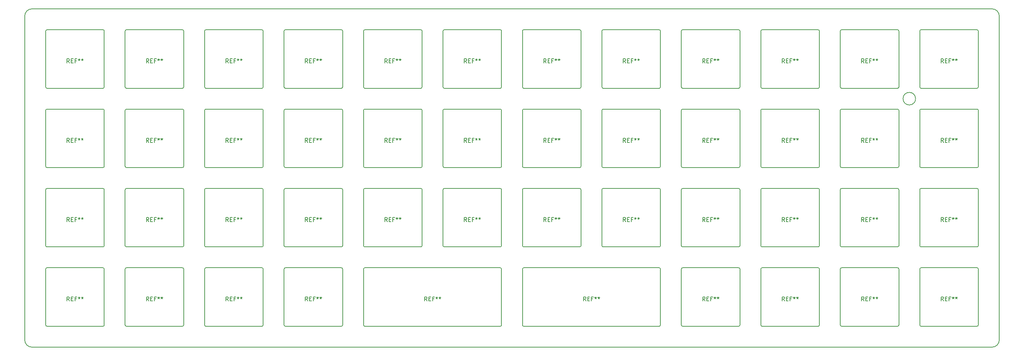
<source format=gbo>
G04 #@! TF.GenerationSoftware,KiCad,Pcbnew,5.0.1*
G04 #@! TF.CreationDate,2019-03-13T00:04:05-03:00*
G04 #@! TF.ProjectId,2Space,3253706163652E6B696361645F706362,V3.0.7*
G04 #@! TF.SameCoordinates,Original*
G04 #@! TF.FileFunction,Legend,Bot*
G04 #@! TF.FilePolarity,Positive*
%FSLAX46Y46*%
G04 Gerber Fmt 4.6, Leading zero omitted, Abs format (unit mm)*
G04 Created by KiCad (PCBNEW 5.0.1) date Wed 13 Mar 2019 12:04:05 AM -03*
%MOMM*%
%LPD*%
G01*
G04 APERTURE LIST*
%ADD10C,0.150000*%
G04 #@! TA.AperFunction,NonConductor*
%ADD11C,0.150000*%
G04 #@! TD*
G04 APERTURE END LIST*
D10*
X244963000Y-83743000D02*
G75*
G03X244963000Y-83743000I-1500000J0D01*
G01*
X31939170Y-64000682D02*
G75*
G02X33720426Y-62219426I1781256J0D01*
G01*
X31939170Y-64000682D02*
X31939170Y-141485318D01*
X33720426Y-143266574D02*
G75*
G02X31939170Y-141485318I0J1781256D01*
G01*
X264986830Y-141485318D02*
X264986830Y-64000682D01*
X264986830Y-141485318D02*
G75*
G02X263205574Y-143266574I-1781256J0D01*
G01*
X263205574Y-62219426D02*
G75*
G02X264986830Y-64000682I0J-1781256D01*
G01*
X33720426Y-143266574D02*
X263205574Y-143266574D01*
X33720426Y-62219426D02*
X263205574Y-62219426D01*
D11*
G04 #@! TO.C,REF\002A\002A*
X183663000Y-124243000D02*
X151263000Y-124243000D01*
X151263000Y-138243000D02*
X183663000Y-138243000D01*
X183963000Y-137943000D02*
X183963000Y-124543000D01*
X183663000Y-124243000D02*
G75*
G02X183963000Y-124543000I0J-300000D01*
G01*
X183963000Y-137943000D02*
G75*
G02X183663000Y-138243000I-300000J0D01*
G01*
X150963000Y-124543000D02*
G75*
G02X151263000Y-124243000I300000J0D01*
G01*
X150963000Y-124543000D02*
X150963000Y-137943000D01*
X151263000Y-138243000D02*
G75*
G02X150963000Y-137943000I0J300000D01*
G01*
X240663000Y-124243000D02*
X227263000Y-124243000D01*
X226963000Y-124543000D02*
X226963000Y-137943000D01*
X227263000Y-138243000D02*
X240663000Y-138243000D01*
X240963000Y-137943000D02*
X240963000Y-124543000D01*
X226963000Y-124543000D02*
G75*
G02X227263000Y-124243000I300000J0D01*
G01*
X240663000Y-124243000D02*
G75*
G02X240963000Y-124543000I0J-300000D01*
G01*
X240963000Y-137943000D02*
G75*
G02X240663000Y-138243000I-300000J0D01*
G01*
X227263000Y-138243000D02*
G75*
G02X226963000Y-137943000I0J300000D01*
G01*
X227263000Y-119243000D02*
G75*
G02X226963000Y-118943000I0J300000D01*
G01*
X240963000Y-118943000D02*
G75*
G02X240663000Y-119243000I-300000J0D01*
G01*
X240663000Y-105243000D02*
G75*
G02X240963000Y-105543000I0J-300000D01*
G01*
X226963000Y-105543000D02*
G75*
G02X227263000Y-105243000I300000J0D01*
G01*
X240963000Y-118943000D02*
X240963000Y-105543000D01*
X227263000Y-119243000D02*
X240663000Y-119243000D01*
X226963000Y-105543000D02*
X226963000Y-118943000D01*
X240663000Y-105243000D02*
X227263000Y-105243000D01*
X240663000Y-67243000D02*
X227263000Y-67243000D01*
X226963000Y-67543000D02*
X226963000Y-80943000D01*
X227263000Y-81243000D02*
X240663000Y-81243000D01*
X240963000Y-80943000D02*
X240963000Y-67543000D01*
X226963000Y-67543000D02*
G75*
G02X227263000Y-67243000I300000J0D01*
G01*
X240663000Y-67243000D02*
G75*
G02X240963000Y-67543000I0J-300000D01*
G01*
X240963000Y-80943000D02*
G75*
G02X240663000Y-81243000I-300000J0D01*
G01*
X227263000Y-81243000D02*
G75*
G02X226963000Y-80943000I0J300000D01*
G01*
X88663000Y-124243000D02*
X75263000Y-124243000D01*
X74963000Y-124543000D02*
X74963000Y-137943000D01*
X75263000Y-138243000D02*
X88663000Y-138243000D01*
X88963000Y-137943000D02*
X88963000Y-124543000D01*
X74963000Y-124543000D02*
G75*
G02X75263000Y-124243000I300000J0D01*
G01*
X88663000Y-124243000D02*
G75*
G02X88963000Y-124543000I0J-300000D01*
G01*
X88963000Y-137943000D02*
G75*
G02X88663000Y-138243000I-300000J0D01*
G01*
X75263000Y-138243000D02*
G75*
G02X74963000Y-137943000I0J300000D01*
G01*
X246263000Y-138243000D02*
G75*
G02X245963000Y-137943000I0J300000D01*
G01*
X259963000Y-137943000D02*
G75*
G02X259663000Y-138243000I-300000J0D01*
G01*
X259663000Y-124243000D02*
G75*
G02X259963000Y-124543000I0J-300000D01*
G01*
X245963000Y-124543000D02*
G75*
G02X246263000Y-124243000I300000J0D01*
G01*
X259963000Y-137943000D02*
X259963000Y-124543000D01*
X246263000Y-138243000D02*
X259663000Y-138243000D01*
X245963000Y-124543000D02*
X245963000Y-137943000D01*
X259663000Y-124243000D02*
X246263000Y-124243000D01*
X202663000Y-124243000D02*
X189263000Y-124243000D01*
X188963000Y-124543000D02*
X188963000Y-137943000D01*
X189263000Y-138243000D02*
X202663000Y-138243000D01*
X202963000Y-137943000D02*
X202963000Y-124543000D01*
X188963000Y-124543000D02*
G75*
G02X189263000Y-124243000I300000J0D01*
G01*
X202663000Y-124243000D02*
G75*
G02X202963000Y-124543000I0J-300000D01*
G01*
X202963000Y-137943000D02*
G75*
G02X202663000Y-138243000I-300000J0D01*
G01*
X189263000Y-138243000D02*
G75*
G02X188963000Y-137943000I0J300000D01*
G01*
X94263000Y-138243000D02*
G75*
G02X93963000Y-137943000I0J300000D01*
G01*
X107963000Y-137943000D02*
G75*
G02X107663000Y-138243000I-300000J0D01*
G01*
X107663000Y-124243000D02*
G75*
G02X107963000Y-124543000I0J-300000D01*
G01*
X93963000Y-124543000D02*
G75*
G02X94263000Y-124243000I300000J0D01*
G01*
X107963000Y-137943000D02*
X107963000Y-124543000D01*
X94263000Y-138243000D02*
X107663000Y-138243000D01*
X93963000Y-124543000D02*
X93963000Y-137943000D01*
X107663000Y-124243000D02*
X94263000Y-124243000D01*
X208263000Y-138243000D02*
G75*
G02X207963000Y-137943000I0J300000D01*
G01*
X221963000Y-137943000D02*
G75*
G02X221663000Y-138243000I-300000J0D01*
G01*
X221663000Y-124243000D02*
G75*
G02X221963000Y-124543000I0J-300000D01*
G01*
X207963000Y-124543000D02*
G75*
G02X208263000Y-124243000I300000J0D01*
G01*
X221963000Y-137943000D02*
X221963000Y-124543000D01*
X208263000Y-138243000D02*
X221663000Y-138243000D01*
X207963000Y-124543000D02*
X207963000Y-137943000D01*
X221663000Y-124243000D02*
X208263000Y-124243000D01*
X56263000Y-138243000D02*
G75*
G02X55963000Y-137943000I0J300000D01*
G01*
X69963000Y-137943000D02*
G75*
G02X69663000Y-138243000I-300000J0D01*
G01*
X69663000Y-124243000D02*
G75*
G02X69963000Y-124543000I0J-300000D01*
G01*
X55963000Y-124543000D02*
G75*
G02X56263000Y-124243000I300000J0D01*
G01*
X69963000Y-137943000D02*
X69963000Y-124543000D01*
X56263000Y-138243000D02*
X69663000Y-138243000D01*
X55963000Y-124543000D02*
X55963000Y-137943000D01*
X69663000Y-124243000D02*
X56263000Y-124243000D01*
X50663000Y-124243000D02*
X37263000Y-124243000D01*
X36963000Y-124543000D02*
X36963000Y-137943000D01*
X37263000Y-138243000D02*
X50663000Y-138243000D01*
X50963000Y-137943000D02*
X50963000Y-124543000D01*
X36963000Y-124543000D02*
G75*
G02X37263000Y-124243000I300000J0D01*
G01*
X50663000Y-124243000D02*
G75*
G02X50963000Y-124543000I0J-300000D01*
G01*
X50963000Y-137943000D02*
G75*
G02X50663000Y-138243000I-300000J0D01*
G01*
X37263000Y-138243000D02*
G75*
G02X36963000Y-137943000I0J300000D01*
G01*
X189263000Y-119243000D02*
G75*
G02X188963000Y-118943000I0J300000D01*
G01*
X202963000Y-118943000D02*
G75*
G02X202663000Y-119243000I-300000J0D01*
G01*
X202663000Y-105243000D02*
G75*
G02X202963000Y-105543000I0J-300000D01*
G01*
X188963000Y-105543000D02*
G75*
G02X189263000Y-105243000I300000J0D01*
G01*
X202963000Y-118943000D02*
X202963000Y-105543000D01*
X189263000Y-119243000D02*
X202663000Y-119243000D01*
X188963000Y-105543000D02*
X188963000Y-118943000D01*
X202663000Y-105243000D02*
X189263000Y-105243000D01*
X259663000Y-105243000D02*
X246263000Y-105243000D01*
X245963000Y-105543000D02*
X245963000Y-118943000D01*
X246263000Y-119243000D02*
X259663000Y-119243000D01*
X259963000Y-118943000D02*
X259963000Y-105543000D01*
X245963000Y-105543000D02*
G75*
G02X246263000Y-105243000I300000J0D01*
G01*
X259663000Y-105243000D02*
G75*
G02X259963000Y-105543000I0J-300000D01*
G01*
X259963000Y-118943000D02*
G75*
G02X259663000Y-119243000I-300000J0D01*
G01*
X246263000Y-119243000D02*
G75*
G02X245963000Y-118943000I0J300000D01*
G01*
X75263000Y-119243000D02*
G75*
G02X74963000Y-118943000I0J300000D01*
G01*
X88963000Y-118943000D02*
G75*
G02X88663000Y-119243000I-300000J0D01*
G01*
X88663000Y-105243000D02*
G75*
G02X88963000Y-105543000I0J-300000D01*
G01*
X74963000Y-105543000D02*
G75*
G02X75263000Y-105243000I300000J0D01*
G01*
X88963000Y-118943000D02*
X88963000Y-105543000D01*
X75263000Y-119243000D02*
X88663000Y-119243000D01*
X74963000Y-105543000D02*
X74963000Y-118943000D01*
X88663000Y-105243000D02*
X75263000Y-105243000D01*
X183663000Y-105243000D02*
X170263000Y-105243000D01*
X169963000Y-105543000D02*
X169963000Y-118943000D01*
X170263000Y-119243000D02*
X183663000Y-119243000D01*
X183963000Y-118943000D02*
X183963000Y-105543000D01*
X169963000Y-105543000D02*
G75*
G02X170263000Y-105243000I300000J0D01*
G01*
X183663000Y-105243000D02*
G75*
G02X183963000Y-105543000I0J-300000D01*
G01*
X183963000Y-118943000D02*
G75*
G02X183663000Y-119243000I-300000J0D01*
G01*
X170263000Y-119243000D02*
G75*
G02X169963000Y-118943000I0J300000D01*
G01*
X69663000Y-105243000D02*
X56263000Y-105243000D01*
X55963000Y-105543000D02*
X55963000Y-118943000D01*
X56263000Y-119243000D02*
X69663000Y-119243000D01*
X69963000Y-118943000D02*
X69963000Y-105543000D01*
X55963000Y-105543000D02*
G75*
G02X56263000Y-105243000I300000J0D01*
G01*
X69663000Y-105243000D02*
G75*
G02X69963000Y-105543000I0J-300000D01*
G01*
X69963000Y-118943000D02*
G75*
G02X69663000Y-119243000I-300000J0D01*
G01*
X56263000Y-119243000D02*
G75*
G02X55963000Y-118943000I0J300000D01*
G01*
X37263000Y-119243000D02*
G75*
G02X36963000Y-118943000I0J300000D01*
G01*
X50963000Y-118943000D02*
G75*
G02X50663000Y-119243000I-300000J0D01*
G01*
X50663000Y-105243000D02*
G75*
G02X50963000Y-105543000I0J-300000D01*
G01*
X36963000Y-105543000D02*
G75*
G02X37263000Y-105243000I300000J0D01*
G01*
X50963000Y-118943000D02*
X50963000Y-105543000D01*
X37263000Y-119243000D02*
X50663000Y-119243000D01*
X36963000Y-105543000D02*
X36963000Y-118943000D01*
X50663000Y-105243000D02*
X37263000Y-105243000D01*
X145663000Y-105243000D02*
X132263000Y-105243000D01*
X131963000Y-105543000D02*
X131963000Y-118943000D01*
X132263000Y-119243000D02*
X145663000Y-119243000D01*
X145963000Y-118943000D02*
X145963000Y-105543000D01*
X131963000Y-105543000D02*
G75*
G02X132263000Y-105243000I300000J0D01*
G01*
X145663000Y-105243000D02*
G75*
G02X145963000Y-105543000I0J-300000D01*
G01*
X145963000Y-118943000D02*
G75*
G02X145663000Y-119243000I-300000J0D01*
G01*
X132263000Y-119243000D02*
G75*
G02X131963000Y-118943000I0J300000D01*
G01*
X151263000Y-119243000D02*
G75*
G02X150963000Y-118943000I0J300000D01*
G01*
X164963000Y-118943000D02*
G75*
G02X164663000Y-119243000I-300000J0D01*
G01*
X164663000Y-105243000D02*
G75*
G02X164963000Y-105543000I0J-300000D01*
G01*
X150963000Y-105543000D02*
G75*
G02X151263000Y-105243000I300000J0D01*
G01*
X164963000Y-118943000D02*
X164963000Y-105543000D01*
X151263000Y-119243000D02*
X164663000Y-119243000D01*
X150963000Y-105543000D02*
X150963000Y-118943000D01*
X164663000Y-105243000D02*
X151263000Y-105243000D01*
X107663000Y-105243000D02*
X94263000Y-105243000D01*
X93963000Y-105543000D02*
X93963000Y-118943000D01*
X94263000Y-119243000D02*
X107663000Y-119243000D01*
X107963000Y-118943000D02*
X107963000Y-105543000D01*
X93963000Y-105543000D02*
G75*
G02X94263000Y-105243000I300000J0D01*
G01*
X107663000Y-105243000D02*
G75*
G02X107963000Y-105543000I0J-300000D01*
G01*
X107963000Y-118943000D02*
G75*
G02X107663000Y-119243000I-300000J0D01*
G01*
X94263000Y-119243000D02*
G75*
G02X93963000Y-118943000I0J300000D01*
G01*
X221663000Y-105243000D02*
X208263000Y-105243000D01*
X207963000Y-105543000D02*
X207963000Y-118943000D01*
X208263000Y-119243000D02*
X221663000Y-119243000D01*
X221963000Y-118943000D02*
X221963000Y-105543000D01*
X207963000Y-105543000D02*
G75*
G02X208263000Y-105243000I300000J0D01*
G01*
X221663000Y-105243000D02*
G75*
G02X221963000Y-105543000I0J-300000D01*
G01*
X221963000Y-118943000D02*
G75*
G02X221663000Y-119243000I-300000J0D01*
G01*
X208263000Y-119243000D02*
G75*
G02X207963000Y-118943000I0J300000D01*
G01*
X113263000Y-119243000D02*
G75*
G02X112963000Y-118943000I0J300000D01*
G01*
X126963000Y-118943000D02*
G75*
G02X126663000Y-119243000I-300000J0D01*
G01*
X126663000Y-105243000D02*
G75*
G02X126963000Y-105543000I0J-300000D01*
G01*
X112963000Y-105543000D02*
G75*
G02X113263000Y-105243000I300000J0D01*
G01*
X126963000Y-118943000D02*
X126963000Y-105543000D01*
X113263000Y-119243000D02*
X126663000Y-119243000D01*
X112963000Y-105543000D02*
X112963000Y-118943000D01*
X126663000Y-105243000D02*
X113263000Y-105243000D01*
X126663000Y-67243000D02*
X113263000Y-67243000D01*
X112963000Y-67543000D02*
X112963000Y-80943000D01*
X113263000Y-81243000D02*
X126663000Y-81243000D01*
X126963000Y-80943000D02*
X126963000Y-67543000D01*
X112963000Y-67543000D02*
G75*
G02X113263000Y-67243000I300000J0D01*
G01*
X126663000Y-67243000D02*
G75*
G02X126963000Y-67543000I0J-300000D01*
G01*
X126963000Y-80943000D02*
G75*
G02X126663000Y-81243000I-300000J0D01*
G01*
X113263000Y-81243000D02*
G75*
G02X112963000Y-80943000I0J300000D01*
G01*
X164663000Y-67243000D02*
X151263000Y-67243000D01*
X150963000Y-67543000D02*
X150963000Y-80943000D01*
X151263000Y-81243000D02*
X164663000Y-81243000D01*
X164963000Y-80943000D02*
X164963000Y-67543000D01*
X150963000Y-67543000D02*
G75*
G02X151263000Y-67243000I300000J0D01*
G01*
X164663000Y-67243000D02*
G75*
G02X164963000Y-67543000I0J-300000D01*
G01*
X164963000Y-80943000D02*
G75*
G02X164663000Y-81243000I-300000J0D01*
G01*
X151263000Y-81243000D02*
G75*
G02X150963000Y-80943000I0J300000D01*
G01*
X132263000Y-81243000D02*
G75*
G02X131963000Y-80943000I0J300000D01*
G01*
X145963000Y-80943000D02*
G75*
G02X145663000Y-81243000I-300000J0D01*
G01*
X145663000Y-67243000D02*
G75*
G02X145963000Y-67543000I0J-300000D01*
G01*
X131963000Y-67543000D02*
G75*
G02X132263000Y-67243000I300000J0D01*
G01*
X145963000Y-80943000D02*
X145963000Y-67543000D01*
X132263000Y-81243000D02*
X145663000Y-81243000D01*
X131963000Y-67543000D02*
X131963000Y-80943000D01*
X145663000Y-67243000D02*
X132263000Y-67243000D01*
X94263000Y-81243000D02*
G75*
G02X93963000Y-80943000I0J300000D01*
G01*
X107963000Y-80943000D02*
G75*
G02X107663000Y-81243000I-300000J0D01*
G01*
X107663000Y-67243000D02*
G75*
G02X107963000Y-67543000I0J-300000D01*
G01*
X93963000Y-67543000D02*
G75*
G02X94263000Y-67243000I300000J0D01*
G01*
X107963000Y-80943000D02*
X107963000Y-67543000D01*
X94263000Y-81243000D02*
X107663000Y-81243000D01*
X93963000Y-67543000D02*
X93963000Y-80943000D01*
X107663000Y-67243000D02*
X94263000Y-67243000D01*
X202663000Y-67243000D02*
X189263000Y-67243000D01*
X188963000Y-67543000D02*
X188963000Y-80943000D01*
X189263000Y-81243000D02*
X202663000Y-81243000D01*
X202963000Y-80943000D02*
X202963000Y-67543000D01*
X188963000Y-67543000D02*
G75*
G02X189263000Y-67243000I300000J0D01*
G01*
X202663000Y-67243000D02*
G75*
G02X202963000Y-67543000I0J-300000D01*
G01*
X202963000Y-80943000D02*
G75*
G02X202663000Y-81243000I-300000J0D01*
G01*
X189263000Y-81243000D02*
G75*
G02X188963000Y-80943000I0J300000D01*
G01*
X170263000Y-81243000D02*
G75*
G02X169963000Y-80943000I0J300000D01*
G01*
X183963000Y-80943000D02*
G75*
G02X183663000Y-81243000I-300000J0D01*
G01*
X183663000Y-67243000D02*
G75*
G02X183963000Y-67543000I0J-300000D01*
G01*
X169963000Y-67543000D02*
G75*
G02X170263000Y-67243000I300000J0D01*
G01*
X183963000Y-80943000D02*
X183963000Y-67543000D01*
X170263000Y-81243000D02*
X183663000Y-81243000D01*
X169963000Y-67543000D02*
X169963000Y-80943000D01*
X183663000Y-67243000D02*
X170263000Y-67243000D01*
X246263000Y-81243000D02*
G75*
G02X245963000Y-80943000I0J300000D01*
G01*
X259963000Y-80943000D02*
G75*
G02X259663000Y-81243000I-300000J0D01*
G01*
X259663000Y-67243000D02*
G75*
G02X259963000Y-67543000I0J-300000D01*
G01*
X245963000Y-67543000D02*
G75*
G02X246263000Y-67243000I300000J0D01*
G01*
X259963000Y-80943000D02*
X259963000Y-67543000D01*
X246263000Y-81243000D02*
X259663000Y-81243000D01*
X245963000Y-67543000D02*
X245963000Y-80943000D01*
X259663000Y-67243000D02*
X246263000Y-67243000D01*
X88663000Y-67243000D02*
X75263000Y-67243000D01*
X74963000Y-67543000D02*
X74963000Y-80943000D01*
X75263000Y-81243000D02*
X88663000Y-81243000D01*
X88963000Y-80943000D02*
X88963000Y-67543000D01*
X74963000Y-67543000D02*
G75*
G02X75263000Y-67243000I300000J0D01*
G01*
X88663000Y-67243000D02*
G75*
G02X88963000Y-67543000I0J-300000D01*
G01*
X88963000Y-80943000D02*
G75*
G02X88663000Y-81243000I-300000J0D01*
G01*
X75263000Y-81243000D02*
G75*
G02X74963000Y-80943000I0J300000D01*
G01*
X56263000Y-81243000D02*
G75*
G02X55963000Y-80943000I0J300000D01*
G01*
X69963000Y-80943000D02*
G75*
G02X69663000Y-81243000I-300000J0D01*
G01*
X69663000Y-67243000D02*
G75*
G02X69963000Y-67543000I0J-300000D01*
G01*
X55963000Y-67543000D02*
G75*
G02X56263000Y-67243000I300000J0D01*
G01*
X69963000Y-80943000D02*
X69963000Y-67543000D01*
X56263000Y-81243000D02*
X69663000Y-81243000D01*
X55963000Y-67543000D02*
X55963000Y-80943000D01*
X69663000Y-67243000D02*
X56263000Y-67243000D01*
X208263000Y-81243000D02*
G75*
G02X207963000Y-80943000I0J300000D01*
G01*
X221963000Y-80943000D02*
G75*
G02X221663000Y-81243000I-300000J0D01*
G01*
X221663000Y-67243000D02*
G75*
G02X221963000Y-67543000I0J-300000D01*
G01*
X207963000Y-67543000D02*
G75*
G02X208263000Y-67243000I300000J0D01*
G01*
X221963000Y-80943000D02*
X221963000Y-67543000D01*
X208263000Y-81243000D02*
X221663000Y-81243000D01*
X207963000Y-67543000D02*
X207963000Y-80943000D01*
X221663000Y-67243000D02*
X208263000Y-67243000D01*
X50663000Y-67243000D02*
X37263000Y-67243000D01*
X36963000Y-67543000D02*
X36963000Y-80943000D01*
X37263000Y-81243000D02*
X50663000Y-81243000D01*
X50963000Y-80943000D02*
X50963000Y-67543000D01*
X36963000Y-67543000D02*
G75*
G02X37263000Y-67243000I300000J0D01*
G01*
X50663000Y-67243000D02*
G75*
G02X50963000Y-67543000I0J-300000D01*
G01*
X50963000Y-80943000D02*
G75*
G02X50663000Y-81243000I-300000J0D01*
G01*
X37263000Y-81243000D02*
G75*
G02X36963000Y-80943000I0J300000D01*
G01*
X259663000Y-86243000D02*
X246263000Y-86243000D01*
X245963000Y-86543000D02*
X245963000Y-99943000D01*
X246263000Y-100243000D02*
X259663000Y-100243000D01*
X259963000Y-99943000D02*
X259963000Y-86543000D01*
X245963000Y-86543000D02*
G75*
G02X246263000Y-86243000I300000J0D01*
G01*
X259663000Y-86243000D02*
G75*
G02X259963000Y-86543000I0J-300000D01*
G01*
X259963000Y-99943000D02*
G75*
G02X259663000Y-100243000I-300000J0D01*
G01*
X246263000Y-100243000D02*
G75*
G02X245963000Y-99943000I0J300000D01*
G01*
X227263000Y-100243000D02*
G75*
G02X226963000Y-99943000I0J300000D01*
G01*
X240963000Y-99943000D02*
G75*
G02X240663000Y-100243000I-300000J0D01*
G01*
X240663000Y-86243000D02*
G75*
G02X240963000Y-86543000I0J-300000D01*
G01*
X226963000Y-86543000D02*
G75*
G02X227263000Y-86243000I300000J0D01*
G01*
X240963000Y-99943000D02*
X240963000Y-86543000D01*
X227263000Y-100243000D02*
X240663000Y-100243000D01*
X226963000Y-86543000D02*
X226963000Y-99943000D01*
X240663000Y-86243000D02*
X227263000Y-86243000D01*
X221663000Y-86243000D02*
X208263000Y-86243000D01*
X207963000Y-86543000D02*
X207963000Y-99943000D01*
X208263000Y-100243000D02*
X221663000Y-100243000D01*
X221963000Y-99943000D02*
X221963000Y-86543000D01*
X207963000Y-86543000D02*
G75*
G02X208263000Y-86243000I300000J0D01*
G01*
X221663000Y-86243000D02*
G75*
G02X221963000Y-86543000I0J-300000D01*
G01*
X221963000Y-99943000D02*
G75*
G02X221663000Y-100243000I-300000J0D01*
G01*
X208263000Y-100243000D02*
G75*
G02X207963000Y-99943000I0J300000D01*
G01*
X189263000Y-100243000D02*
G75*
G02X188963000Y-99943000I0J300000D01*
G01*
X202963000Y-99943000D02*
G75*
G02X202663000Y-100243000I-300000J0D01*
G01*
X202663000Y-86243000D02*
G75*
G02X202963000Y-86543000I0J-300000D01*
G01*
X188963000Y-86543000D02*
G75*
G02X189263000Y-86243000I300000J0D01*
G01*
X202963000Y-99943000D02*
X202963000Y-86543000D01*
X189263000Y-100243000D02*
X202663000Y-100243000D01*
X188963000Y-86543000D02*
X188963000Y-99943000D01*
X202663000Y-86243000D02*
X189263000Y-86243000D01*
X183663000Y-86243000D02*
X170263000Y-86243000D01*
X169963000Y-86543000D02*
X169963000Y-99943000D01*
X170263000Y-100243000D02*
X183663000Y-100243000D01*
X183963000Y-99943000D02*
X183963000Y-86543000D01*
X169963000Y-86543000D02*
G75*
G02X170263000Y-86243000I300000J0D01*
G01*
X183663000Y-86243000D02*
G75*
G02X183963000Y-86543000I0J-300000D01*
G01*
X183963000Y-99943000D02*
G75*
G02X183663000Y-100243000I-300000J0D01*
G01*
X170263000Y-100243000D02*
G75*
G02X169963000Y-99943000I0J300000D01*
G01*
X37263000Y-100243000D02*
G75*
G02X36963000Y-99943000I0J300000D01*
G01*
X50963000Y-99943000D02*
G75*
G02X50663000Y-100243000I-300000J0D01*
G01*
X50663000Y-86243000D02*
G75*
G02X50963000Y-86543000I0J-300000D01*
G01*
X36963000Y-86543000D02*
G75*
G02X37263000Y-86243000I300000J0D01*
G01*
X50963000Y-99943000D02*
X50963000Y-86543000D01*
X37263000Y-100243000D02*
X50663000Y-100243000D01*
X36963000Y-86543000D02*
X36963000Y-99943000D01*
X50663000Y-86243000D02*
X37263000Y-86243000D01*
X69663000Y-86243000D02*
X56263000Y-86243000D01*
X55963000Y-86543000D02*
X55963000Y-99943000D01*
X56263000Y-100243000D02*
X69663000Y-100243000D01*
X69963000Y-99943000D02*
X69963000Y-86543000D01*
X55963000Y-86543000D02*
G75*
G02X56263000Y-86243000I300000J0D01*
G01*
X69663000Y-86243000D02*
G75*
G02X69963000Y-86543000I0J-300000D01*
G01*
X69963000Y-99943000D02*
G75*
G02X69663000Y-100243000I-300000J0D01*
G01*
X56263000Y-100243000D02*
G75*
G02X55963000Y-99943000I0J300000D01*
G01*
X75263000Y-100243000D02*
G75*
G02X74963000Y-99943000I0J300000D01*
G01*
X88963000Y-99943000D02*
G75*
G02X88663000Y-100243000I-300000J0D01*
G01*
X88663000Y-86243000D02*
G75*
G02X88963000Y-86543000I0J-300000D01*
G01*
X74963000Y-86543000D02*
G75*
G02X75263000Y-86243000I300000J0D01*
G01*
X88963000Y-99943000D02*
X88963000Y-86543000D01*
X75263000Y-100243000D02*
X88663000Y-100243000D01*
X74963000Y-86543000D02*
X74963000Y-99943000D01*
X88663000Y-86243000D02*
X75263000Y-86243000D01*
X107663000Y-86243000D02*
X94263000Y-86243000D01*
X93963000Y-86543000D02*
X93963000Y-99943000D01*
X94263000Y-100243000D02*
X107663000Y-100243000D01*
X107963000Y-99943000D02*
X107963000Y-86543000D01*
X93963000Y-86543000D02*
G75*
G02X94263000Y-86243000I300000J0D01*
G01*
X107663000Y-86243000D02*
G75*
G02X107963000Y-86543000I0J-300000D01*
G01*
X107963000Y-99943000D02*
G75*
G02X107663000Y-100243000I-300000J0D01*
G01*
X94263000Y-100243000D02*
G75*
G02X93963000Y-99943000I0J300000D01*
G01*
X113263000Y-100243000D02*
G75*
G02X112963000Y-99943000I0J300000D01*
G01*
X126963000Y-99943000D02*
G75*
G02X126663000Y-100243000I-300000J0D01*
G01*
X126663000Y-86243000D02*
G75*
G02X126963000Y-86543000I0J-300000D01*
G01*
X112963000Y-86543000D02*
G75*
G02X113263000Y-86243000I300000J0D01*
G01*
X126963000Y-99943000D02*
X126963000Y-86543000D01*
X113263000Y-100243000D02*
X126663000Y-100243000D01*
X112963000Y-86543000D02*
X112963000Y-99943000D01*
X126663000Y-86243000D02*
X113263000Y-86243000D01*
X145663000Y-86243000D02*
X132263000Y-86243000D01*
X131963000Y-86543000D02*
X131963000Y-99943000D01*
X132263000Y-100243000D02*
X145663000Y-100243000D01*
X145963000Y-99943000D02*
X145963000Y-86543000D01*
X131963000Y-86543000D02*
G75*
G02X132263000Y-86243000I300000J0D01*
G01*
X145663000Y-86243000D02*
G75*
G02X145963000Y-86543000I0J-300000D01*
G01*
X145963000Y-99943000D02*
G75*
G02X145663000Y-100243000I-300000J0D01*
G01*
X132263000Y-100243000D02*
G75*
G02X131963000Y-99943000I0J300000D01*
G01*
X151263000Y-100243000D02*
G75*
G02X150963000Y-99943000I0J300000D01*
G01*
X164963000Y-99943000D02*
G75*
G02X164663000Y-100243000I-300000J0D01*
G01*
X164663000Y-86243000D02*
G75*
G02X164963000Y-86543000I0J-300000D01*
G01*
X150963000Y-86543000D02*
G75*
G02X151263000Y-86243000I300000J0D01*
G01*
X164963000Y-99943000D02*
X164963000Y-86543000D01*
X151263000Y-100243000D02*
X164663000Y-100243000D01*
X150963000Y-86543000D02*
X150963000Y-99943000D01*
X164663000Y-86243000D02*
X151263000Y-86243000D01*
X113263000Y-138243000D02*
G75*
G02X112963000Y-137943000I0J300000D01*
G01*
X112963000Y-124543000D02*
X112963000Y-137943000D01*
X112963000Y-124543000D02*
G75*
G02X113263000Y-124243000I300000J0D01*
G01*
X145963000Y-137943000D02*
G75*
G02X145663000Y-138243000I-300000J0D01*
G01*
X145663000Y-124243000D02*
G75*
G02X145963000Y-124543000I0J-300000D01*
G01*
X145963000Y-137943000D02*
X145963000Y-124543000D01*
X113263000Y-138243000D02*
X145663000Y-138243000D01*
X145663000Y-124243000D02*
X113263000Y-124243000D01*
G04 #@! TD*
G04 #@! TO.C,REF\002A\002A*
D10*
X166129666Y-132195380D02*
X165796333Y-131719190D01*
X165558238Y-132195380D02*
X165558238Y-131195380D01*
X165939190Y-131195380D01*
X166034428Y-131243000D01*
X166082047Y-131290619D01*
X166129666Y-131385857D01*
X166129666Y-131528714D01*
X166082047Y-131623952D01*
X166034428Y-131671571D01*
X165939190Y-131719190D01*
X165558238Y-131719190D01*
X166558238Y-131671571D02*
X166891571Y-131671571D01*
X167034428Y-132195380D02*
X166558238Y-132195380D01*
X166558238Y-131195380D01*
X167034428Y-131195380D01*
X167796333Y-131671571D02*
X167463000Y-131671571D01*
X167463000Y-132195380D02*
X167463000Y-131195380D01*
X167939190Y-131195380D01*
X168463000Y-131195380D02*
X168463000Y-131433476D01*
X168224904Y-131338238D02*
X168463000Y-131433476D01*
X168701095Y-131338238D01*
X168320142Y-131623952D02*
X168463000Y-131433476D01*
X168605857Y-131623952D01*
X169224904Y-131195380D02*
X169224904Y-131433476D01*
X168986809Y-131338238D02*
X169224904Y-131433476D01*
X169463000Y-131338238D01*
X169082047Y-131623952D02*
X169224904Y-131433476D01*
X169367761Y-131623952D01*
X232629666Y-132195380D02*
X232296333Y-131719190D01*
X232058238Y-132195380D02*
X232058238Y-131195380D01*
X232439190Y-131195380D01*
X232534428Y-131243000D01*
X232582047Y-131290619D01*
X232629666Y-131385857D01*
X232629666Y-131528714D01*
X232582047Y-131623952D01*
X232534428Y-131671571D01*
X232439190Y-131719190D01*
X232058238Y-131719190D01*
X233058238Y-131671571D02*
X233391571Y-131671571D01*
X233534428Y-132195380D02*
X233058238Y-132195380D01*
X233058238Y-131195380D01*
X233534428Y-131195380D01*
X234296333Y-131671571D02*
X233963000Y-131671571D01*
X233963000Y-132195380D02*
X233963000Y-131195380D01*
X234439190Y-131195380D01*
X234963000Y-131195380D02*
X234963000Y-131433476D01*
X234724904Y-131338238D02*
X234963000Y-131433476D01*
X235201095Y-131338238D01*
X234820142Y-131623952D02*
X234963000Y-131433476D01*
X235105857Y-131623952D01*
X235724904Y-131195380D02*
X235724904Y-131433476D01*
X235486809Y-131338238D02*
X235724904Y-131433476D01*
X235963000Y-131338238D01*
X235582047Y-131623952D02*
X235724904Y-131433476D01*
X235867761Y-131623952D01*
X232629666Y-113195380D02*
X232296333Y-112719190D01*
X232058238Y-113195380D02*
X232058238Y-112195380D01*
X232439190Y-112195380D01*
X232534428Y-112243000D01*
X232582047Y-112290619D01*
X232629666Y-112385857D01*
X232629666Y-112528714D01*
X232582047Y-112623952D01*
X232534428Y-112671571D01*
X232439190Y-112719190D01*
X232058238Y-112719190D01*
X233058238Y-112671571D02*
X233391571Y-112671571D01*
X233534428Y-113195380D02*
X233058238Y-113195380D01*
X233058238Y-112195380D01*
X233534428Y-112195380D01*
X234296333Y-112671571D02*
X233963000Y-112671571D01*
X233963000Y-113195380D02*
X233963000Y-112195380D01*
X234439190Y-112195380D01*
X234963000Y-112195380D02*
X234963000Y-112433476D01*
X234724904Y-112338238D02*
X234963000Y-112433476D01*
X235201095Y-112338238D01*
X234820142Y-112623952D02*
X234963000Y-112433476D01*
X235105857Y-112623952D01*
X235724904Y-112195380D02*
X235724904Y-112433476D01*
X235486809Y-112338238D02*
X235724904Y-112433476D01*
X235963000Y-112338238D01*
X235582047Y-112623952D02*
X235724904Y-112433476D01*
X235867761Y-112623952D01*
X232629666Y-75195380D02*
X232296333Y-74719190D01*
X232058238Y-75195380D02*
X232058238Y-74195380D01*
X232439190Y-74195380D01*
X232534428Y-74243000D01*
X232582047Y-74290619D01*
X232629666Y-74385857D01*
X232629666Y-74528714D01*
X232582047Y-74623952D01*
X232534428Y-74671571D01*
X232439190Y-74719190D01*
X232058238Y-74719190D01*
X233058238Y-74671571D02*
X233391571Y-74671571D01*
X233534428Y-75195380D02*
X233058238Y-75195380D01*
X233058238Y-74195380D01*
X233534428Y-74195380D01*
X234296333Y-74671571D02*
X233963000Y-74671571D01*
X233963000Y-75195380D02*
X233963000Y-74195380D01*
X234439190Y-74195380D01*
X234963000Y-74195380D02*
X234963000Y-74433476D01*
X234724904Y-74338238D02*
X234963000Y-74433476D01*
X235201095Y-74338238D01*
X234820142Y-74623952D02*
X234963000Y-74433476D01*
X235105857Y-74623952D01*
X235724904Y-74195380D02*
X235724904Y-74433476D01*
X235486809Y-74338238D02*
X235724904Y-74433476D01*
X235963000Y-74338238D01*
X235582047Y-74623952D02*
X235724904Y-74433476D01*
X235867761Y-74623952D01*
X80629666Y-132195380D02*
X80296333Y-131719190D01*
X80058238Y-132195380D02*
X80058238Y-131195380D01*
X80439190Y-131195380D01*
X80534428Y-131243000D01*
X80582047Y-131290619D01*
X80629666Y-131385857D01*
X80629666Y-131528714D01*
X80582047Y-131623952D01*
X80534428Y-131671571D01*
X80439190Y-131719190D01*
X80058238Y-131719190D01*
X81058238Y-131671571D02*
X81391571Y-131671571D01*
X81534428Y-132195380D02*
X81058238Y-132195380D01*
X81058238Y-131195380D01*
X81534428Y-131195380D01*
X82296333Y-131671571D02*
X81963000Y-131671571D01*
X81963000Y-132195380D02*
X81963000Y-131195380D01*
X82439190Y-131195380D01*
X82963000Y-131195380D02*
X82963000Y-131433476D01*
X82724904Y-131338238D02*
X82963000Y-131433476D01*
X83201095Y-131338238D01*
X82820142Y-131623952D02*
X82963000Y-131433476D01*
X83105857Y-131623952D01*
X83724904Y-131195380D02*
X83724904Y-131433476D01*
X83486809Y-131338238D02*
X83724904Y-131433476D01*
X83963000Y-131338238D01*
X83582047Y-131623952D02*
X83724904Y-131433476D01*
X83867761Y-131623952D01*
X251629666Y-132195380D02*
X251296333Y-131719190D01*
X251058238Y-132195380D02*
X251058238Y-131195380D01*
X251439190Y-131195380D01*
X251534428Y-131243000D01*
X251582047Y-131290619D01*
X251629666Y-131385857D01*
X251629666Y-131528714D01*
X251582047Y-131623952D01*
X251534428Y-131671571D01*
X251439190Y-131719190D01*
X251058238Y-131719190D01*
X252058238Y-131671571D02*
X252391571Y-131671571D01*
X252534428Y-132195380D02*
X252058238Y-132195380D01*
X252058238Y-131195380D01*
X252534428Y-131195380D01*
X253296333Y-131671571D02*
X252963000Y-131671571D01*
X252963000Y-132195380D02*
X252963000Y-131195380D01*
X253439190Y-131195380D01*
X253963000Y-131195380D02*
X253963000Y-131433476D01*
X253724904Y-131338238D02*
X253963000Y-131433476D01*
X254201095Y-131338238D01*
X253820142Y-131623952D02*
X253963000Y-131433476D01*
X254105857Y-131623952D01*
X254724904Y-131195380D02*
X254724904Y-131433476D01*
X254486809Y-131338238D02*
X254724904Y-131433476D01*
X254963000Y-131338238D01*
X254582047Y-131623952D02*
X254724904Y-131433476D01*
X254867761Y-131623952D01*
X194629666Y-132195380D02*
X194296333Y-131719190D01*
X194058238Y-132195380D02*
X194058238Y-131195380D01*
X194439190Y-131195380D01*
X194534428Y-131243000D01*
X194582047Y-131290619D01*
X194629666Y-131385857D01*
X194629666Y-131528714D01*
X194582047Y-131623952D01*
X194534428Y-131671571D01*
X194439190Y-131719190D01*
X194058238Y-131719190D01*
X195058238Y-131671571D02*
X195391571Y-131671571D01*
X195534428Y-132195380D02*
X195058238Y-132195380D01*
X195058238Y-131195380D01*
X195534428Y-131195380D01*
X196296333Y-131671571D02*
X195963000Y-131671571D01*
X195963000Y-132195380D02*
X195963000Y-131195380D01*
X196439190Y-131195380D01*
X196963000Y-131195380D02*
X196963000Y-131433476D01*
X196724904Y-131338238D02*
X196963000Y-131433476D01*
X197201095Y-131338238D01*
X196820142Y-131623952D02*
X196963000Y-131433476D01*
X197105857Y-131623952D01*
X197724904Y-131195380D02*
X197724904Y-131433476D01*
X197486809Y-131338238D02*
X197724904Y-131433476D01*
X197963000Y-131338238D01*
X197582047Y-131623952D02*
X197724904Y-131433476D01*
X197867761Y-131623952D01*
X99629666Y-132195380D02*
X99296333Y-131719190D01*
X99058238Y-132195380D02*
X99058238Y-131195380D01*
X99439190Y-131195380D01*
X99534428Y-131243000D01*
X99582047Y-131290619D01*
X99629666Y-131385857D01*
X99629666Y-131528714D01*
X99582047Y-131623952D01*
X99534428Y-131671571D01*
X99439190Y-131719190D01*
X99058238Y-131719190D01*
X100058238Y-131671571D02*
X100391571Y-131671571D01*
X100534428Y-132195380D02*
X100058238Y-132195380D01*
X100058238Y-131195380D01*
X100534428Y-131195380D01*
X101296333Y-131671571D02*
X100963000Y-131671571D01*
X100963000Y-132195380D02*
X100963000Y-131195380D01*
X101439190Y-131195380D01*
X101963000Y-131195380D02*
X101963000Y-131433476D01*
X101724904Y-131338238D02*
X101963000Y-131433476D01*
X102201095Y-131338238D01*
X101820142Y-131623952D02*
X101963000Y-131433476D01*
X102105857Y-131623952D01*
X102724904Y-131195380D02*
X102724904Y-131433476D01*
X102486809Y-131338238D02*
X102724904Y-131433476D01*
X102963000Y-131338238D01*
X102582047Y-131623952D02*
X102724904Y-131433476D01*
X102867761Y-131623952D01*
X213629666Y-132195380D02*
X213296333Y-131719190D01*
X213058238Y-132195380D02*
X213058238Y-131195380D01*
X213439190Y-131195380D01*
X213534428Y-131243000D01*
X213582047Y-131290619D01*
X213629666Y-131385857D01*
X213629666Y-131528714D01*
X213582047Y-131623952D01*
X213534428Y-131671571D01*
X213439190Y-131719190D01*
X213058238Y-131719190D01*
X214058238Y-131671571D02*
X214391571Y-131671571D01*
X214534428Y-132195380D02*
X214058238Y-132195380D01*
X214058238Y-131195380D01*
X214534428Y-131195380D01*
X215296333Y-131671571D02*
X214963000Y-131671571D01*
X214963000Y-132195380D02*
X214963000Y-131195380D01*
X215439190Y-131195380D01*
X215963000Y-131195380D02*
X215963000Y-131433476D01*
X215724904Y-131338238D02*
X215963000Y-131433476D01*
X216201095Y-131338238D01*
X215820142Y-131623952D02*
X215963000Y-131433476D01*
X216105857Y-131623952D01*
X216724904Y-131195380D02*
X216724904Y-131433476D01*
X216486809Y-131338238D02*
X216724904Y-131433476D01*
X216963000Y-131338238D01*
X216582047Y-131623952D02*
X216724904Y-131433476D01*
X216867761Y-131623952D01*
X61629666Y-132195380D02*
X61296333Y-131719190D01*
X61058238Y-132195380D02*
X61058238Y-131195380D01*
X61439190Y-131195380D01*
X61534428Y-131243000D01*
X61582047Y-131290619D01*
X61629666Y-131385857D01*
X61629666Y-131528714D01*
X61582047Y-131623952D01*
X61534428Y-131671571D01*
X61439190Y-131719190D01*
X61058238Y-131719190D01*
X62058238Y-131671571D02*
X62391571Y-131671571D01*
X62534428Y-132195380D02*
X62058238Y-132195380D01*
X62058238Y-131195380D01*
X62534428Y-131195380D01*
X63296333Y-131671571D02*
X62963000Y-131671571D01*
X62963000Y-132195380D02*
X62963000Y-131195380D01*
X63439190Y-131195380D01*
X63963000Y-131195380D02*
X63963000Y-131433476D01*
X63724904Y-131338238D02*
X63963000Y-131433476D01*
X64201095Y-131338238D01*
X63820142Y-131623952D02*
X63963000Y-131433476D01*
X64105857Y-131623952D01*
X64724904Y-131195380D02*
X64724904Y-131433476D01*
X64486809Y-131338238D02*
X64724904Y-131433476D01*
X64963000Y-131338238D01*
X64582047Y-131623952D02*
X64724904Y-131433476D01*
X64867761Y-131623952D01*
X42629666Y-132195380D02*
X42296333Y-131719190D01*
X42058238Y-132195380D02*
X42058238Y-131195380D01*
X42439190Y-131195380D01*
X42534428Y-131243000D01*
X42582047Y-131290619D01*
X42629666Y-131385857D01*
X42629666Y-131528714D01*
X42582047Y-131623952D01*
X42534428Y-131671571D01*
X42439190Y-131719190D01*
X42058238Y-131719190D01*
X43058238Y-131671571D02*
X43391571Y-131671571D01*
X43534428Y-132195380D02*
X43058238Y-132195380D01*
X43058238Y-131195380D01*
X43534428Y-131195380D01*
X44296333Y-131671571D02*
X43963000Y-131671571D01*
X43963000Y-132195380D02*
X43963000Y-131195380D01*
X44439190Y-131195380D01*
X44963000Y-131195380D02*
X44963000Y-131433476D01*
X44724904Y-131338238D02*
X44963000Y-131433476D01*
X45201095Y-131338238D01*
X44820142Y-131623952D02*
X44963000Y-131433476D01*
X45105857Y-131623952D01*
X45724904Y-131195380D02*
X45724904Y-131433476D01*
X45486809Y-131338238D02*
X45724904Y-131433476D01*
X45963000Y-131338238D01*
X45582047Y-131623952D02*
X45724904Y-131433476D01*
X45867761Y-131623952D01*
X194629666Y-113195380D02*
X194296333Y-112719190D01*
X194058238Y-113195380D02*
X194058238Y-112195380D01*
X194439190Y-112195380D01*
X194534428Y-112243000D01*
X194582047Y-112290619D01*
X194629666Y-112385857D01*
X194629666Y-112528714D01*
X194582047Y-112623952D01*
X194534428Y-112671571D01*
X194439190Y-112719190D01*
X194058238Y-112719190D01*
X195058238Y-112671571D02*
X195391571Y-112671571D01*
X195534428Y-113195380D02*
X195058238Y-113195380D01*
X195058238Y-112195380D01*
X195534428Y-112195380D01*
X196296333Y-112671571D02*
X195963000Y-112671571D01*
X195963000Y-113195380D02*
X195963000Y-112195380D01*
X196439190Y-112195380D01*
X196963000Y-112195380D02*
X196963000Y-112433476D01*
X196724904Y-112338238D02*
X196963000Y-112433476D01*
X197201095Y-112338238D01*
X196820142Y-112623952D02*
X196963000Y-112433476D01*
X197105857Y-112623952D01*
X197724904Y-112195380D02*
X197724904Y-112433476D01*
X197486809Y-112338238D02*
X197724904Y-112433476D01*
X197963000Y-112338238D01*
X197582047Y-112623952D02*
X197724904Y-112433476D01*
X197867761Y-112623952D01*
X251629666Y-113195380D02*
X251296333Y-112719190D01*
X251058238Y-113195380D02*
X251058238Y-112195380D01*
X251439190Y-112195380D01*
X251534428Y-112243000D01*
X251582047Y-112290619D01*
X251629666Y-112385857D01*
X251629666Y-112528714D01*
X251582047Y-112623952D01*
X251534428Y-112671571D01*
X251439190Y-112719190D01*
X251058238Y-112719190D01*
X252058238Y-112671571D02*
X252391571Y-112671571D01*
X252534428Y-113195380D02*
X252058238Y-113195380D01*
X252058238Y-112195380D01*
X252534428Y-112195380D01*
X253296333Y-112671571D02*
X252963000Y-112671571D01*
X252963000Y-113195380D02*
X252963000Y-112195380D01*
X253439190Y-112195380D01*
X253963000Y-112195380D02*
X253963000Y-112433476D01*
X253724904Y-112338238D02*
X253963000Y-112433476D01*
X254201095Y-112338238D01*
X253820142Y-112623952D02*
X253963000Y-112433476D01*
X254105857Y-112623952D01*
X254724904Y-112195380D02*
X254724904Y-112433476D01*
X254486809Y-112338238D02*
X254724904Y-112433476D01*
X254963000Y-112338238D01*
X254582047Y-112623952D02*
X254724904Y-112433476D01*
X254867761Y-112623952D01*
X80629666Y-113195380D02*
X80296333Y-112719190D01*
X80058238Y-113195380D02*
X80058238Y-112195380D01*
X80439190Y-112195380D01*
X80534428Y-112243000D01*
X80582047Y-112290619D01*
X80629666Y-112385857D01*
X80629666Y-112528714D01*
X80582047Y-112623952D01*
X80534428Y-112671571D01*
X80439190Y-112719190D01*
X80058238Y-112719190D01*
X81058238Y-112671571D02*
X81391571Y-112671571D01*
X81534428Y-113195380D02*
X81058238Y-113195380D01*
X81058238Y-112195380D01*
X81534428Y-112195380D01*
X82296333Y-112671571D02*
X81963000Y-112671571D01*
X81963000Y-113195380D02*
X81963000Y-112195380D01*
X82439190Y-112195380D01*
X82963000Y-112195380D02*
X82963000Y-112433476D01*
X82724904Y-112338238D02*
X82963000Y-112433476D01*
X83201095Y-112338238D01*
X82820142Y-112623952D02*
X82963000Y-112433476D01*
X83105857Y-112623952D01*
X83724904Y-112195380D02*
X83724904Y-112433476D01*
X83486809Y-112338238D02*
X83724904Y-112433476D01*
X83963000Y-112338238D01*
X83582047Y-112623952D02*
X83724904Y-112433476D01*
X83867761Y-112623952D01*
X175629666Y-113195380D02*
X175296333Y-112719190D01*
X175058238Y-113195380D02*
X175058238Y-112195380D01*
X175439190Y-112195380D01*
X175534428Y-112243000D01*
X175582047Y-112290619D01*
X175629666Y-112385857D01*
X175629666Y-112528714D01*
X175582047Y-112623952D01*
X175534428Y-112671571D01*
X175439190Y-112719190D01*
X175058238Y-112719190D01*
X176058238Y-112671571D02*
X176391571Y-112671571D01*
X176534428Y-113195380D02*
X176058238Y-113195380D01*
X176058238Y-112195380D01*
X176534428Y-112195380D01*
X177296333Y-112671571D02*
X176963000Y-112671571D01*
X176963000Y-113195380D02*
X176963000Y-112195380D01*
X177439190Y-112195380D01*
X177963000Y-112195380D02*
X177963000Y-112433476D01*
X177724904Y-112338238D02*
X177963000Y-112433476D01*
X178201095Y-112338238D01*
X177820142Y-112623952D02*
X177963000Y-112433476D01*
X178105857Y-112623952D01*
X178724904Y-112195380D02*
X178724904Y-112433476D01*
X178486809Y-112338238D02*
X178724904Y-112433476D01*
X178963000Y-112338238D01*
X178582047Y-112623952D02*
X178724904Y-112433476D01*
X178867761Y-112623952D01*
X61629666Y-113195380D02*
X61296333Y-112719190D01*
X61058238Y-113195380D02*
X61058238Y-112195380D01*
X61439190Y-112195380D01*
X61534428Y-112243000D01*
X61582047Y-112290619D01*
X61629666Y-112385857D01*
X61629666Y-112528714D01*
X61582047Y-112623952D01*
X61534428Y-112671571D01*
X61439190Y-112719190D01*
X61058238Y-112719190D01*
X62058238Y-112671571D02*
X62391571Y-112671571D01*
X62534428Y-113195380D02*
X62058238Y-113195380D01*
X62058238Y-112195380D01*
X62534428Y-112195380D01*
X63296333Y-112671571D02*
X62963000Y-112671571D01*
X62963000Y-113195380D02*
X62963000Y-112195380D01*
X63439190Y-112195380D01*
X63963000Y-112195380D02*
X63963000Y-112433476D01*
X63724904Y-112338238D02*
X63963000Y-112433476D01*
X64201095Y-112338238D01*
X63820142Y-112623952D02*
X63963000Y-112433476D01*
X64105857Y-112623952D01*
X64724904Y-112195380D02*
X64724904Y-112433476D01*
X64486809Y-112338238D02*
X64724904Y-112433476D01*
X64963000Y-112338238D01*
X64582047Y-112623952D02*
X64724904Y-112433476D01*
X64867761Y-112623952D01*
X42629666Y-113195380D02*
X42296333Y-112719190D01*
X42058238Y-113195380D02*
X42058238Y-112195380D01*
X42439190Y-112195380D01*
X42534428Y-112243000D01*
X42582047Y-112290619D01*
X42629666Y-112385857D01*
X42629666Y-112528714D01*
X42582047Y-112623952D01*
X42534428Y-112671571D01*
X42439190Y-112719190D01*
X42058238Y-112719190D01*
X43058238Y-112671571D02*
X43391571Y-112671571D01*
X43534428Y-113195380D02*
X43058238Y-113195380D01*
X43058238Y-112195380D01*
X43534428Y-112195380D01*
X44296333Y-112671571D02*
X43963000Y-112671571D01*
X43963000Y-113195380D02*
X43963000Y-112195380D01*
X44439190Y-112195380D01*
X44963000Y-112195380D02*
X44963000Y-112433476D01*
X44724904Y-112338238D02*
X44963000Y-112433476D01*
X45201095Y-112338238D01*
X44820142Y-112623952D02*
X44963000Y-112433476D01*
X45105857Y-112623952D01*
X45724904Y-112195380D02*
X45724904Y-112433476D01*
X45486809Y-112338238D02*
X45724904Y-112433476D01*
X45963000Y-112338238D01*
X45582047Y-112623952D02*
X45724904Y-112433476D01*
X45867761Y-112623952D01*
X137629666Y-113195380D02*
X137296333Y-112719190D01*
X137058238Y-113195380D02*
X137058238Y-112195380D01*
X137439190Y-112195380D01*
X137534428Y-112243000D01*
X137582047Y-112290619D01*
X137629666Y-112385857D01*
X137629666Y-112528714D01*
X137582047Y-112623952D01*
X137534428Y-112671571D01*
X137439190Y-112719190D01*
X137058238Y-112719190D01*
X138058238Y-112671571D02*
X138391571Y-112671571D01*
X138534428Y-113195380D02*
X138058238Y-113195380D01*
X138058238Y-112195380D01*
X138534428Y-112195380D01*
X139296333Y-112671571D02*
X138963000Y-112671571D01*
X138963000Y-113195380D02*
X138963000Y-112195380D01*
X139439190Y-112195380D01*
X139963000Y-112195380D02*
X139963000Y-112433476D01*
X139724904Y-112338238D02*
X139963000Y-112433476D01*
X140201095Y-112338238D01*
X139820142Y-112623952D02*
X139963000Y-112433476D01*
X140105857Y-112623952D01*
X140724904Y-112195380D02*
X140724904Y-112433476D01*
X140486809Y-112338238D02*
X140724904Y-112433476D01*
X140963000Y-112338238D01*
X140582047Y-112623952D02*
X140724904Y-112433476D01*
X140867761Y-112623952D01*
X156629666Y-113195380D02*
X156296333Y-112719190D01*
X156058238Y-113195380D02*
X156058238Y-112195380D01*
X156439190Y-112195380D01*
X156534428Y-112243000D01*
X156582047Y-112290619D01*
X156629666Y-112385857D01*
X156629666Y-112528714D01*
X156582047Y-112623952D01*
X156534428Y-112671571D01*
X156439190Y-112719190D01*
X156058238Y-112719190D01*
X157058238Y-112671571D02*
X157391571Y-112671571D01*
X157534428Y-113195380D02*
X157058238Y-113195380D01*
X157058238Y-112195380D01*
X157534428Y-112195380D01*
X158296333Y-112671571D02*
X157963000Y-112671571D01*
X157963000Y-113195380D02*
X157963000Y-112195380D01*
X158439190Y-112195380D01*
X158963000Y-112195380D02*
X158963000Y-112433476D01*
X158724904Y-112338238D02*
X158963000Y-112433476D01*
X159201095Y-112338238D01*
X158820142Y-112623952D02*
X158963000Y-112433476D01*
X159105857Y-112623952D01*
X159724904Y-112195380D02*
X159724904Y-112433476D01*
X159486809Y-112338238D02*
X159724904Y-112433476D01*
X159963000Y-112338238D01*
X159582047Y-112623952D02*
X159724904Y-112433476D01*
X159867761Y-112623952D01*
X99629666Y-113195380D02*
X99296333Y-112719190D01*
X99058238Y-113195380D02*
X99058238Y-112195380D01*
X99439190Y-112195380D01*
X99534428Y-112243000D01*
X99582047Y-112290619D01*
X99629666Y-112385857D01*
X99629666Y-112528714D01*
X99582047Y-112623952D01*
X99534428Y-112671571D01*
X99439190Y-112719190D01*
X99058238Y-112719190D01*
X100058238Y-112671571D02*
X100391571Y-112671571D01*
X100534428Y-113195380D02*
X100058238Y-113195380D01*
X100058238Y-112195380D01*
X100534428Y-112195380D01*
X101296333Y-112671571D02*
X100963000Y-112671571D01*
X100963000Y-113195380D02*
X100963000Y-112195380D01*
X101439190Y-112195380D01*
X101963000Y-112195380D02*
X101963000Y-112433476D01*
X101724904Y-112338238D02*
X101963000Y-112433476D01*
X102201095Y-112338238D01*
X101820142Y-112623952D02*
X101963000Y-112433476D01*
X102105857Y-112623952D01*
X102724904Y-112195380D02*
X102724904Y-112433476D01*
X102486809Y-112338238D02*
X102724904Y-112433476D01*
X102963000Y-112338238D01*
X102582047Y-112623952D02*
X102724904Y-112433476D01*
X102867761Y-112623952D01*
X213629666Y-113195380D02*
X213296333Y-112719190D01*
X213058238Y-113195380D02*
X213058238Y-112195380D01*
X213439190Y-112195380D01*
X213534428Y-112243000D01*
X213582047Y-112290619D01*
X213629666Y-112385857D01*
X213629666Y-112528714D01*
X213582047Y-112623952D01*
X213534428Y-112671571D01*
X213439190Y-112719190D01*
X213058238Y-112719190D01*
X214058238Y-112671571D02*
X214391571Y-112671571D01*
X214534428Y-113195380D02*
X214058238Y-113195380D01*
X214058238Y-112195380D01*
X214534428Y-112195380D01*
X215296333Y-112671571D02*
X214963000Y-112671571D01*
X214963000Y-113195380D02*
X214963000Y-112195380D01*
X215439190Y-112195380D01*
X215963000Y-112195380D02*
X215963000Y-112433476D01*
X215724904Y-112338238D02*
X215963000Y-112433476D01*
X216201095Y-112338238D01*
X215820142Y-112623952D02*
X215963000Y-112433476D01*
X216105857Y-112623952D01*
X216724904Y-112195380D02*
X216724904Y-112433476D01*
X216486809Y-112338238D02*
X216724904Y-112433476D01*
X216963000Y-112338238D01*
X216582047Y-112623952D02*
X216724904Y-112433476D01*
X216867761Y-112623952D01*
X118629666Y-113195380D02*
X118296333Y-112719190D01*
X118058238Y-113195380D02*
X118058238Y-112195380D01*
X118439190Y-112195380D01*
X118534428Y-112243000D01*
X118582047Y-112290619D01*
X118629666Y-112385857D01*
X118629666Y-112528714D01*
X118582047Y-112623952D01*
X118534428Y-112671571D01*
X118439190Y-112719190D01*
X118058238Y-112719190D01*
X119058238Y-112671571D02*
X119391571Y-112671571D01*
X119534428Y-113195380D02*
X119058238Y-113195380D01*
X119058238Y-112195380D01*
X119534428Y-112195380D01*
X120296333Y-112671571D02*
X119963000Y-112671571D01*
X119963000Y-113195380D02*
X119963000Y-112195380D01*
X120439190Y-112195380D01*
X120963000Y-112195380D02*
X120963000Y-112433476D01*
X120724904Y-112338238D02*
X120963000Y-112433476D01*
X121201095Y-112338238D01*
X120820142Y-112623952D02*
X120963000Y-112433476D01*
X121105857Y-112623952D01*
X121724904Y-112195380D02*
X121724904Y-112433476D01*
X121486809Y-112338238D02*
X121724904Y-112433476D01*
X121963000Y-112338238D01*
X121582047Y-112623952D02*
X121724904Y-112433476D01*
X121867761Y-112623952D01*
X118629666Y-75195380D02*
X118296333Y-74719190D01*
X118058238Y-75195380D02*
X118058238Y-74195380D01*
X118439190Y-74195380D01*
X118534428Y-74243000D01*
X118582047Y-74290619D01*
X118629666Y-74385857D01*
X118629666Y-74528714D01*
X118582047Y-74623952D01*
X118534428Y-74671571D01*
X118439190Y-74719190D01*
X118058238Y-74719190D01*
X119058238Y-74671571D02*
X119391571Y-74671571D01*
X119534428Y-75195380D02*
X119058238Y-75195380D01*
X119058238Y-74195380D01*
X119534428Y-74195380D01*
X120296333Y-74671571D02*
X119963000Y-74671571D01*
X119963000Y-75195380D02*
X119963000Y-74195380D01*
X120439190Y-74195380D01*
X120963000Y-74195380D02*
X120963000Y-74433476D01*
X120724904Y-74338238D02*
X120963000Y-74433476D01*
X121201095Y-74338238D01*
X120820142Y-74623952D02*
X120963000Y-74433476D01*
X121105857Y-74623952D01*
X121724904Y-74195380D02*
X121724904Y-74433476D01*
X121486809Y-74338238D02*
X121724904Y-74433476D01*
X121963000Y-74338238D01*
X121582047Y-74623952D02*
X121724904Y-74433476D01*
X121867761Y-74623952D01*
X156629666Y-75195380D02*
X156296333Y-74719190D01*
X156058238Y-75195380D02*
X156058238Y-74195380D01*
X156439190Y-74195380D01*
X156534428Y-74243000D01*
X156582047Y-74290619D01*
X156629666Y-74385857D01*
X156629666Y-74528714D01*
X156582047Y-74623952D01*
X156534428Y-74671571D01*
X156439190Y-74719190D01*
X156058238Y-74719190D01*
X157058238Y-74671571D02*
X157391571Y-74671571D01*
X157534428Y-75195380D02*
X157058238Y-75195380D01*
X157058238Y-74195380D01*
X157534428Y-74195380D01*
X158296333Y-74671571D02*
X157963000Y-74671571D01*
X157963000Y-75195380D02*
X157963000Y-74195380D01*
X158439190Y-74195380D01*
X158963000Y-74195380D02*
X158963000Y-74433476D01*
X158724904Y-74338238D02*
X158963000Y-74433476D01*
X159201095Y-74338238D01*
X158820142Y-74623952D02*
X158963000Y-74433476D01*
X159105857Y-74623952D01*
X159724904Y-74195380D02*
X159724904Y-74433476D01*
X159486809Y-74338238D02*
X159724904Y-74433476D01*
X159963000Y-74338238D01*
X159582047Y-74623952D02*
X159724904Y-74433476D01*
X159867761Y-74623952D01*
X137629666Y-75195380D02*
X137296333Y-74719190D01*
X137058238Y-75195380D02*
X137058238Y-74195380D01*
X137439190Y-74195380D01*
X137534428Y-74243000D01*
X137582047Y-74290619D01*
X137629666Y-74385857D01*
X137629666Y-74528714D01*
X137582047Y-74623952D01*
X137534428Y-74671571D01*
X137439190Y-74719190D01*
X137058238Y-74719190D01*
X138058238Y-74671571D02*
X138391571Y-74671571D01*
X138534428Y-75195380D02*
X138058238Y-75195380D01*
X138058238Y-74195380D01*
X138534428Y-74195380D01*
X139296333Y-74671571D02*
X138963000Y-74671571D01*
X138963000Y-75195380D02*
X138963000Y-74195380D01*
X139439190Y-74195380D01*
X139963000Y-74195380D02*
X139963000Y-74433476D01*
X139724904Y-74338238D02*
X139963000Y-74433476D01*
X140201095Y-74338238D01*
X139820142Y-74623952D02*
X139963000Y-74433476D01*
X140105857Y-74623952D01*
X140724904Y-74195380D02*
X140724904Y-74433476D01*
X140486809Y-74338238D02*
X140724904Y-74433476D01*
X140963000Y-74338238D01*
X140582047Y-74623952D02*
X140724904Y-74433476D01*
X140867761Y-74623952D01*
X99629666Y-75195380D02*
X99296333Y-74719190D01*
X99058238Y-75195380D02*
X99058238Y-74195380D01*
X99439190Y-74195380D01*
X99534428Y-74243000D01*
X99582047Y-74290619D01*
X99629666Y-74385857D01*
X99629666Y-74528714D01*
X99582047Y-74623952D01*
X99534428Y-74671571D01*
X99439190Y-74719190D01*
X99058238Y-74719190D01*
X100058238Y-74671571D02*
X100391571Y-74671571D01*
X100534428Y-75195380D02*
X100058238Y-75195380D01*
X100058238Y-74195380D01*
X100534428Y-74195380D01*
X101296333Y-74671571D02*
X100963000Y-74671571D01*
X100963000Y-75195380D02*
X100963000Y-74195380D01*
X101439190Y-74195380D01*
X101963000Y-74195380D02*
X101963000Y-74433476D01*
X101724904Y-74338238D02*
X101963000Y-74433476D01*
X102201095Y-74338238D01*
X101820142Y-74623952D02*
X101963000Y-74433476D01*
X102105857Y-74623952D01*
X102724904Y-74195380D02*
X102724904Y-74433476D01*
X102486809Y-74338238D02*
X102724904Y-74433476D01*
X102963000Y-74338238D01*
X102582047Y-74623952D02*
X102724904Y-74433476D01*
X102867761Y-74623952D01*
X194629666Y-75195380D02*
X194296333Y-74719190D01*
X194058238Y-75195380D02*
X194058238Y-74195380D01*
X194439190Y-74195380D01*
X194534428Y-74243000D01*
X194582047Y-74290619D01*
X194629666Y-74385857D01*
X194629666Y-74528714D01*
X194582047Y-74623952D01*
X194534428Y-74671571D01*
X194439190Y-74719190D01*
X194058238Y-74719190D01*
X195058238Y-74671571D02*
X195391571Y-74671571D01*
X195534428Y-75195380D02*
X195058238Y-75195380D01*
X195058238Y-74195380D01*
X195534428Y-74195380D01*
X196296333Y-74671571D02*
X195963000Y-74671571D01*
X195963000Y-75195380D02*
X195963000Y-74195380D01*
X196439190Y-74195380D01*
X196963000Y-74195380D02*
X196963000Y-74433476D01*
X196724904Y-74338238D02*
X196963000Y-74433476D01*
X197201095Y-74338238D01*
X196820142Y-74623952D02*
X196963000Y-74433476D01*
X197105857Y-74623952D01*
X197724904Y-74195380D02*
X197724904Y-74433476D01*
X197486809Y-74338238D02*
X197724904Y-74433476D01*
X197963000Y-74338238D01*
X197582047Y-74623952D02*
X197724904Y-74433476D01*
X197867761Y-74623952D01*
X175629666Y-75195380D02*
X175296333Y-74719190D01*
X175058238Y-75195380D02*
X175058238Y-74195380D01*
X175439190Y-74195380D01*
X175534428Y-74243000D01*
X175582047Y-74290619D01*
X175629666Y-74385857D01*
X175629666Y-74528714D01*
X175582047Y-74623952D01*
X175534428Y-74671571D01*
X175439190Y-74719190D01*
X175058238Y-74719190D01*
X176058238Y-74671571D02*
X176391571Y-74671571D01*
X176534428Y-75195380D02*
X176058238Y-75195380D01*
X176058238Y-74195380D01*
X176534428Y-74195380D01*
X177296333Y-74671571D02*
X176963000Y-74671571D01*
X176963000Y-75195380D02*
X176963000Y-74195380D01*
X177439190Y-74195380D01*
X177963000Y-74195380D02*
X177963000Y-74433476D01*
X177724904Y-74338238D02*
X177963000Y-74433476D01*
X178201095Y-74338238D01*
X177820142Y-74623952D02*
X177963000Y-74433476D01*
X178105857Y-74623952D01*
X178724904Y-74195380D02*
X178724904Y-74433476D01*
X178486809Y-74338238D02*
X178724904Y-74433476D01*
X178963000Y-74338238D01*
X178582047Y-74623952D02*
X178724904Y-74433476D01*
X178867761Y-74623952D01*
X251629666Y-75195380D02*
X251296333Y-74719190D01*
X251058238Y-75195380D02*
X251058238Y-74195380D01*
X251439190Y-74195380D01*
X251534428Y-74243000D01*
X251582047Y-74290619D01*
X251629666Y-74385857D01*
X251629666Y-74528714D01*
X251582047Y-74623952D01*
X251534428Y-74671571D01*
X251439190Y-74719190D01*
X251058238Y-74719190D01*
X252058238Y-74671571D02*
X252391571Y-74671571D01*
X252534428Y-75195380D02*
X252058238Y-75195380D01*
X252058238Y-74195380D01*
X252534428Y-74195380D01*
X253296333Y-74671571D02*
X252963000Y-74671571D01*
X252963000Y-75195380D02*
X252963000Y-74195380D01*
X253439190Y-74195380D01*
X253963000Y-74195380D02*
X253963000Y-74433476D01*
X253724904Y-74338238D02*
X253963000Y-74433476D01*
X254201095Y-74338238D01*
X253820142Y-74623952D02*
X253963000Y-74433476D01*
X254105857Y-74623952D01*
X254724904Y-74195380D02*
X254724904Y-74433476D01*
X254486809Y-74338238D02*
X254724904Y-74433476D01*
X254963000Y-74338238D01*
X254582047Y-74623952D02*
X254724904Y-74433476D01*
X254867761Y-74623952D01*
X80629666Y-75195380D02*
X80296333Y-74719190D01*
X80058238Y-75195380D02*
X80058238Y-74195380D01*
X80439190Y-74195380D01*
X80534428Y-74243000D01*
X80582047Y-74290619D01*
X80629666Y-74385857D01*
X80629666Y-74528714D01*
X80582047Y-74623952D01*
X80534428Y-74671571D01*
X80439190Y-74719190D01*
X80058238Y-74719190D01*
X81058238Y-74671571D02*
X81391571Y-74671571D01*
X81534428Y-75195380D02*
X81058238Y-75195380D01*
X81058238Y-74195380D01*
X81534428Y-74195380D01*
X82296333Y-74671571D02*
X81963000Y-74671571D01*
X81963000Y-75195380D02*
X81963000Y-74195380D01*
X82439190Y-74195380D01*
X82963000Y-74195380D02*
X82963000Y-74433476D01*
X82724904Y-74338238D02*
X82963000Y-74433476D01*
X83201095Y-74338238D01*
X82820142Y-74623952D02*
X82963000Y-74433476D01*
X83105857Y-74623952D01*
X83724904Y-74195380D02*
X83724904Y-74433476D01*
X83486809Y-74338238D02*
X83724904Y-74433476D01*
X83963000Y-74338238D01*
X83582047Y-74623952D02*
X83724904Y-74433476D01*
X83867761Y-74623952D01*
X61629666Y-75195380D02*
X61296333Y-74719190D01*
X61058238Y-75195380D02*
X61058238Y-74195380D01*
X61439190Y-74195380D01*
X61534428Y-74243000D01*
X61582047Y-74290619D01*
X61629666Y-74385857D01*
X61629666Y-74528714D01*
X61582047Y-74623952D01*
X61534428Y-74671571D01*
X61439190Y-74719190D01*
X61058238Y-74719190D01*
X62058238Y-74671571D02*
X62391571Y-74671571D01*
X62534428Y-75195380D02*
X62058238Y-75195380D01*
X62058238Y-74195380D01*
X62534428Y-74195380D01*
X63296333Y-74671571D02*
X62963000Y-74671571D01*
X62963000Y-75195380D02*
X62963000Y-74195380D01*
X63439190Y-74195380D01*
X63963000Y-74195380D02*
X63963000Y-74433476D01*
X63724904Y-74338238D02*
X63963000Y-74433476D01*
X64201095Y-74338238D01*
X63820142Y-74623952D02*
X63963000Y-74433476D01*
X64105857Y-74623952D01*
X64724904Y-74195380D02*
X64724904Y-74433476D01*
X64486809Y-74338238D02*
X64724904Y-74433476D01*
X64963000Y-74338238D01*
X64582047Y-74623952D02*
X64724904Y-74433476D01*
X64867761Y-74623952D01*
X213629666Y-75195380D02*
X213296333Y-74719190D01*
X213058238Y-75195380D02*
X213058238Y-74195380D01*
X213439190Y-74195380D01*
X213534428Y-74243000D01*
X213582047Y-74290619D01*
X213629666Y-74385857D01*
X213629666Y-74528714D01*
X213582047Y-74623952D01*
X213534428Y-74671571D01*
X213439190Y-74719190D01*
X213058238Y-74719190D01*
X214058238Y-74671571D02*
X214391571Y-74671571D01*
X214534428Y-75195380D02*
X214058238Y-75195380D01*
X214058238Y-74195380D01*
X214534428Y-74195380D01*
X215296333Y-74671571D02*
X214963000Y-74671571D01*
X214963000Y-75195380D02*
X214963000Y-74195380D01*
X215439190Y-74195380D01*
X215963000Y-74195380D02*
X215963000Y-74433476D01*
X215724904Y-74338238D02*
X215963000Y-74433476D01*
X216201095Y-74338238D01*
X215820142Y-74623952D02*
X215963000Y-74433476D01*
X216105857Y-74623952D01*
X216724904Y-74195380D02*
X216724904Y-74433476D01*
X216486809Y-74338238D02*
X216724904Y-74433476D01*
X216963000Y-74338238D01*
X216582047Y-74623952D02*
X216724904Y-74433476D01*
X216867761Y-74623952D01*
X42629666Y-75195380D02*
X42296333Y-74719190D01*
X42058238Y-75195380D02*
X42058238Y-74195380D01*
X42439190Y-74195380D01*
X42534428Y-74243000D01*
X42582047Y-74290619D01*
X42629666Y-74385857D01*
X42629666Y-74528714D01*
X42582047Y-74623952D01*
X42534428Y-74671571D01*
X42439190Y-74719190D01*
X42058238Y-74719190D01*
X43058238Y-74671571D02*
X43391571Y-74671571D01*
X43534428Y-75195380D02*
X43058238Y-75195380D01*
X43058238Y-74195380D01*
X43534428Y-74195380D01*
X44296333Y-74671571D02*
X43963000Y-74671571D01*
X43963000Y-75195380D02*
X43963000Y-74195380D01*
X44439190Y-74195380D01*
X44963000Y-74195380D02*
X44963000Y-74433476D01*
X44724904Y-74338238D02*
X44963000Y-74433476D01*
X45201095Y-74338238D01*
X44820142Y-74623952D02*
X44963000Y-74433476D01*
X45105857Y-74623952D01*
X45724904Y-74195380D02*
X45724904Y-74433476D01*
X45486809Y-74338238D02*
X45724904Y-74433476D01*
X45963000Y-74338238D01*
X45582047Y-74623952D02*
X45724904Y-74433476D01*
X45867761Y-74623952D01*
X251629666Y-94195380D02*
X251296333Y-93719190D01*
X251058238Y-94195380D02*
X251058238Y-93195380D01*
X251439190Y-93195380D01*
X251534428Y-93243000D01*
X251582047Y-93290619D01*
X251629666Y-93385857D01*
X251629666Y-93528714D01*
X251582047Y-93623952D01*
X251534428Y-93671571D01*
X251439190Y-93719190D01*
X251058238Y-93719190D01*
X252058238Y-93671571D02*
X252391571Y-93671571D01*
X252534428Y-94195380D02*
X252058238Y-94195380D01*
X252058238Y-93195380D01*
X252534428Y-93195380D01*
X253296333Y-93671571D02*
X252963000Y-93671571D01*
X252963000Y-94195380D02*
X252963000Y-93195380D01*
X253439190Y-93195380D01*
X253963000Y-93195380D02*
X253963000Y-93433476D01*
X253724904Y-93338238D02*
X253963000Y-93433476D01*
X254201095Y-93338238D01*
X253820142Y-93623952D02*
X253963000Y-93433476D01*
X254105857Y-93623952D01*
X254724904Y-93195380D02*
X254724904Y-93433476D01*
X254486809Y-93338238D02*
X254724904Y-93433476D01*
X254963000Y-93338238D01*
X254582047Y-93623952D02*
X254724904Y-93433476D01*
X254867761Y-93623952D01*
X232629666Y-94195380D02*
X232296333Y-93719190D01*
X232058238Y-94195380D02*
X232058238Y-93195380D01*
X232439190Y-93195380D01*
X232534428Y-93243000D01*
X232582047Y-93290619D01*
X232629666Y-93385857D01*
X232629666Y-93528714D01*
X232582047Y-93623952D01*
X232534428Y-93671571D01*
X232439190Y-93719190D01*
X232058238Y-93719190D01*
X233058238Y-93671571D02*
X233391571Y-93671571D01*
X233534428Y-94195380D02*
X233058238Y-94195380D01*
X233058238Y-93195380D01*
X233534428Y-93195380D01*
X234296333Y-93671571D02*
X233963000Y-93671571D01*
X233963000Y-94195380D02*
X233963000Y-93195380D01*
X234439190Y-93195380D01*
X234963000Y-93195380D02*
X234963000Y-93433476D01*
X234724904Y-93338238D02*
X234963000Y-93433476D01*
X235201095Y-93338238D01*
X234820142Y-93623952D02*
X234963000Y-93433476D01*
X235105857Y-93623952D01*
X235724904Y-93195380D02*
X235724904Y-93433476D01*
X235486809Y-93338238D02*
X235724904Y-93433476D01*
X235963000Y-93338238D01*
X235582047Y-93623952D02*
X235724904Y-93433476D01*
X235867761Y-93623952D01*
X213629666Y-94195380D02*
X213296333Y-93719190D01*
X213058238Y-94195380D02*
X213058238Y-93195380D01*
X213439190Y-93195380D01*
X213534428Y-93243000D01*
X213582047Y-93290619D01*
X213629666Y-93385857D01*
X213629666Y-93528714D01*
X213582047Y-93623952D01*
X213534428Y-93671571D01*
X213439190Y-93719190D01*
X213058238Y-93719190D01*
X214058238Y-93671571D02*
X214391571Y-93671571D01*
X214534428Y-94195380D02*
X214058238Y-94195380D01*
X214058238Y-93195380D01*
X214534428Y-93195380D01*
X215296333Y-93671571D02*
X214963000Y-93671571D01*
X214963000Y-94195380D02*
X214963000Y-93195380D01*
X215439190Y-93195380D01*
X215963000Y-93195380D02*
X215963000Y-93433476D01*
X215724904Y-93338238D02*
X215963000Y-93433476D01*
X216201095Y-93338238D01*
X215820142Y-93623952D02*
X215963000Y-93433476D01*
X216105857Y-93623952D01*
X216724904Y-93195380D02*
X216724904Y-93433476D01*
X216486809Y-93338238D02*
X216724904Y-93433476D01*
X216963000Y-93338238D01*
X216582047Y-93623952D02*
X216724904Y-93433476D01*
X216867761Y-93623952D01*
X194629666Y-94195380D02*
X194296333Y-93719190D01*
X194058238Y-94195380D02*
X194058238Y-93195380D01*
X194439190Y-93195380D01*
X194534428Y-93243000D01*
X194582047Y-93290619D01*
X194629666Y-93385857D01*
X194629666Y-93528714D01*
X194582047Y-93623952D01*
X194534428Y-93671571D01*
X194439190Y-93719190D01*
X194058238Y-93719190D01*
X195058238Y-93671571D02*
X195391571Y-93671571D01*
X195534428Y-94195380D02*
X195058238Y-94195380D01*
X195058238Y-93195380D01*
X195534428Y-93195380D01*
X196296333Y-93671571D02*
X195963000Y-93671571D01*
X195963000Y-94195380D02*
X195963000Y-93195380D01*
X196439190Y-93195380D01*
X196963000Y-93195380D02*
X196963000Y-93433476D01*
X196724904Y-93338238D02*
X196963000Y-93433476D01*
X197201095Y-93338238D01*
X196820142Y-93623952D02*
X196963000Y-93433476D01*
X197105857Y-93623952D01*
X197724904Y-93195380D02*
X197724904Y-93433476D01*
X197486809Y-93338238D02*
X197724904Y-93433476D01*
X197963000Y-93338238D01*
X197582047Y-93623952D02*
X197724904Y-93433476D01*
X197867761Y-93623952D01*
X175629666Y-94195380D02*
X175296333Y-93719190D01*
X175058238Y-94195380D02*
X175058238Y-93195380D01*
X175439190Y-93195380D01*
X175534428Y-93243000D01*
X175582047Y-93290619D01*
X175629666Y-93385857D01*
X175629666Y-93528714D01*
X175582047Y-93623952D01*
X175534428Y-93671571D01*
X175439190Y-93719190D01*
X175058238Y-93719190D01*
X176058238Y-93671571D02*
X176391571Y-93671571D01*
X176534428Y-94195380D02*
X176058238Y-94195380D01*
X176058238Y-93195380D01*
X176534428Y-93195380D01*
X177296333Y-93671571D02*
X176963000Y-93671571D01*
X176963000Y-94195380D02*
X176963000Y-93195380D01*
X177439190Y-93195380D01*
X177963000Y-93195380D02*
X177963000Y-93433476D01*
X177724904Y-93338238D02*
X177963000Y-93433476D01*
X178201095Y-93338238D01*
X177820142Y-93623952D02*
X177963000Y-93433476D01*
X178105857Y-93623952D01*
X178724904Y-93195380D02*
X178724904Y-93433476D01*
X178486809Y-93338238D02*
X178724904Y-93433476D01*
X178963000Y-93338238D01*
X178582047Y-93623952D02*
X178724904Y-93433476D01*
X178867761Y-93623952D01*
X42629666Y-94195380D02*
X42296333Y-93719190D01*
X42058238Y-94195380D02*
X42058238Y-93195380D01*
X42439190Y-93195380D01*
X42534428Y-93243000D01*
X42582047Y-93290619D01*
X42629666Y-93385857D01*
X42629666Y-93528714D01*
X42582047Y-93623952D01*
X42534428Y-93671571D01*
X42439190Y-93719190D01*
X42058238Y-93719190D01*
X43058238Y-93671571D02*
X43391571Y-93671571D01*
X43534428Y-94195380D02*
X43058238Y-94195380D01*
X43058238Y-93195380D01*
X43534428Y-93195380D01*
X44296333Y-93671571D02*
X43963000Y-93671571D01*
X43963000Y-94195380D02*
X43963000Y-93195380D01*
X44439190Y-93195380D01*
X44963000Y-93195380D02*
X44963000Y-93433476D01*
X44724904Y-93338238D02*
X44963000Y-93433476D01*
X45201095Y-93338238D01*
X44820142Y-93623952D02*
X44963000Y-93433476D01*
X45105857Y-93623952D01*
X45724904Y-93195380D02*
X45724904Y-93433476D01*
X45486809Y-93338238D02*
X45724904Y-93433476D01*
X45963000Y-93338238D01*
X45582047Y-93623952D02*
X45724904Y-93433476D01*
X45867761Y-93623952D01*
X61629666Y-94195380D02*
X61296333Y-93719190D01*
X61058238Y-94195380D02*
X61058238Y-93195380D01*
X61439190Y-93195380D01*
X61534428Y-93243000D01*
X61582047Y-93290619D01*
X61629666Y-93385857D01*
X61629666Y-93528714D01*
X61582047Y-93623952D01*
X61534428Y-93671571D01*
X61439190Y-93719190D01*
X61058238Y-93719190D01*
X62058238Y-93671571D02*
X62391571Y-93671571D01*
X62534428Y-94195380D02*
X62058238Y-94195380D01*
X62058238Y-93195380D01*
X62534428Y-93195380D01*
X63296333Y-93671571D02*
X62963000Y-93671571D01*
X62963000Y-94195380D02*
X62963000Y-93195380D01*
X63439190Y-93195380D01*
X63963000Y-93195380D02*
X63963000Y-93433476D01*
X63724904Y-93338238D02*
X63963000Y-93433476D01*
X64201095Y-93338238D01*
X63820142Y-93623952D02*
X63963000Y-93433476D01*
X64105857Y-93623952D01*
X64724904Y-93195380D02*
X64724904Y-93433476D01*
X64486809Y-93338238D02*
X64724904Y-93433476D01*
X64963000Y-93338238D01*
X64582047Y-93623952D02*
X64724904Y-93433476D01*
X64867761Y-93623952D01*
X80629666Y-94195380D02*
X80296333Y-93719190D01*
X80058238Y-94195380D02*
X80058238Y-93195380D01*
X80439190Y-93195380D01*
X80534428Y-93243000D01*
X80582047Y-93290619D01*
X80629666Y-93385857D01*
X80629666Y-93528714D01*
X80582047Y-93623952D01*
X80534428Y-93671571D01*
X80439190Y-93719190D01*
X80058238Y-93719190D01*
X81058238Y-93671571D02*
X81391571Y-93671571D01*
X81534428Y-94195380D02*
X81058238Y-94195380D01*
X81058238Y-93195380D01*
X81534428Y-93195380D01*
X82296333Y-93671571D02*
X81963000Y-93671571D01*
X81963000Y-94195380D02*
X81963000Y-93195380D01*
X82439190Y-93195380D01*
X82963000Y-93195380D02*
X82963000Y-93433476D01*
X82724904Y-93338238D02*
X82963000Y-93433476D01*
X83201095Y-93338238D01*
X82820142Y-93623952D02*
X82963000Y-93433476D01*
X83105857Y-93623952D01*
X83724904Y-93195380D02*
X83724904Y-93433476D01*
X83486809Y-93338238D02*
X83724904Y-93433476D01*
X83963000Y-93338238D01*
X83582047Y-93623952D02*
X83724904Y-93433476D01*
X83867761Y-93623952D01*
X99629666Y-94195380D02*
X99296333Y-93719190D01*
X99058238Y-94195380D02*
X99058238Y-93195380D01*
X99439190Y-93195380D01*
X99534428Y-93243000D01*
X99582047Y-93290619D01*
X99629666Y-93385857D01*
X99629666Y-93528714D01*
X99582047Y-93623952D01*
X99534428Y-93671571D01*
X99439190Y-93719190D01*
X99058238Y-93719190D01*
X100058238Y-93671571D02*
X100391571Y-93671571D01*
X100534428Y-94195380D02*
X100058238Y-94195380D01*
X100058238Y-93195380D01*
X100534428Y-93195380D01*
X101296333Y-93671571D02*
X100963000Y-93671571D01*
X100963000Y-94195380D02*
X100963000Y-93195380D01*
X101439190Y-93195380D01*
X101963000Y-93195380D02*
X101963000Y-93433476D01*
X101724904Y-93338238D02*
X101963000Y-93433476D01*
X102201095Y-93338238D01*
X101820142Y-93623952D02*
X101963000Y-93433476D01*
X102105857Y-93623952D01*
X102724904Y-93195380D02*
X102724904Y-93433476D01*
X102486809Y-93338238D02*
X102724904Y-93433476D01*
X102963000Y-93338238D01*
X102582047Y-93623952D02*
X102724904Y-93433476D01*
X102867761Y-93623952D01*
X118629666Y-94195380D02*
X118296333Y-93719190D01*
X118058238Y-94195380D02*
X118058238Y-93195380D01*
X118439190Y-93195380D01*
X118534428Y-93243000D01*
X118582047Y-93290619D01*
X118629666Y-93385857D01*
X118629666Y-93528714D01*
X118582047Y-93623952D01*
X118534428Y-93671571D01*
X118439190Y-93719190D01*
X118058238Y-93719190D01*
X119058238Y-93671571D02*
X119391571Y-93671571D01*
X119534428Y-94195380D02*
X119058238Y-94195380D01*
X119058238Y-93195380D01*
X119534428Y-93195380D01*
X120296333Y-93671571D02*
X119963000Y-93671571D01*
X119963000Y-94195380D02*
X119963000Y-93195380D01*
X120439190Y-93195380D01*
X120963000Y-93195380D02*
X120963000Y-93433476D01*
X120724904Y-93338238D02*
X120963000Y-93433476D01*
X121201095Y-93338238D01*
X120820142Y-93623952D02*
X120963000Y-93433476D01*
X121105857Y-93623952D01*
X121724904Y-93195380D02*
X121724904Y-93433476D01*
X121486809Y-93338238D02*
X121724904Y-93433476D01*
X121963000Y-93338238D01*
X121582047Y-93623952D02*
X121724904Y-93433476D01*
X121867761Y-93623952D01*
X137629666Y-94195380D02*
X137296333Y-93719190D01*
X137058238Y-94195380D02*
X137058238Y-93195380D01*
X137439190Y-93195380D01*
X137534428Y-93243000D01*
X137582047Y-93290619D01*
X137629666Y-93385857D01*
X137629666Y-93528714D01*
X137582047Y-93623952D01*
X137534428Y-93671571D01*
X137439190Y-93719190D01*
X137058238Y-93719190D01*
X138058238Y-93671571D02*
X138391571Y-93671571D01*
X138534428Y-94195380D02*
X138058238Y-94195380D01*
X138058238Y-93195380D01*
X138534428Y-93195380D01*
X139296333Y-93671571D02*
X138963000Y-93671571D01*
X138963000Y-94195380D02*
X138963000Y-93195380D01*
X139439190Y-93195380D01*
X139963000Y-93195380D02*
X139963000Y-93433476D01*
X139724904Y-93338238D02*
X139963000Y-93433476D01*
X140201095Y-93338238D01*
X139820142Y-93623952D02*
X139963000Y-93433476D01*
X140105857Y-93623952D01*
X140724904Y-93195380D02*
X140724904Y-93433476D01*
X140486809Y-93338238D02*
X140724904Y-93433476D01*
X140963000Y-93338238D01*
X140582047Y-93623952D02*
X140724904Y-93433476D01*
X140867761Y-93623952D01*
X156629666Y-94195380D02*
X156296333Y-93719190D01*
X156058238Y-94195380D02*
X156058238Y-93195380D01*
X156439190Y-93195380D01*
X156534428Y-93243000D01*
X156582047Y-93290619D01*
X156629666Y-93385857D01*
X156629666Y-93528714D01*
X156582047Y-93623952D01*
X156534428Y-93671571D01*
X156439190Y-93719190D01*
X156058238Y-93719190D01*
X157058238Y-93671571D02*
X157391571Y-93671571D01*
X157534428Y-94195380D02*
X157058238Y-94195380D01*
X157058238Y-93195380D01*
X157534428Y-93195380D01*
X158296333Y-93671571D02*
X157963000Y-93671571D01*
X157963000Y-94195380D02*
X157963000Y-93195380D01*
X158439190Y-93195380D01*
X158963000Y-93195380D02*
X158963000Y-93433476D01*
X158724904Y-93338238D02*
X158963000Y-93433476D01*
X159201095Y-93338238D01*
X158820142Y-93623952D02*
X158963000Y-93433476D01*
X159105857Y-93623952D01*
X159724904Y-93195380D02*
X159724904Y-93433476D01*
X159486809Y-93338238D02*
X159724904Y-93433476D01*
X159963000Y-93338238D01*
X159582047Y-93623952D02*
X159724904Y-93433476D01*
X159867761Y-93623952D01*
X128129666Y-132195380D02*
X127796333Y-131719190D01*
X127558238Y-132195380D02*
X127558238Y-131195380D01*
X127939190Y-131195380D01*
X128034428Y-131243000D01*
X128082047Y-131290619D01*
X128129666Y-131385857D01*
X128129666Y-131528714D01*
X128082047Y-131623952D01*
X128034428Y-131671571D01*
X127939190Y-131719190D01*
X127558238Y-131719190D01*
X128558238Y-131671571D02*
X128891571Y-131671571D01*
X129034428Y-132195380D02*
X128558238Y-132195380D01*
X128558238Y-131195380D01*
X129034428Y-131195380D01*
X129796333Y-131671571D02*
X129463000Y-131671571D01*
X129463000Y-132195380D02*
X129463000Y-131195380D01*
X129939190Y-131195380D01*
X130463000Y-131195380D02*
X130463000Y-131433476D01*
X130224904Y-131338238D02*
X130463000Y-131433476D01*
X130701095Y-131338238D01*
X130320142Y-131623952D02*
X130463000Y-131433476D01*
X130605857Y-131623952D01*
X131224904Y-131195380D02*
X131224904Y-131433476D01*
X130986809Y-131338238D02*
X131224904Y-131433476D01*
X131463000Y-131338238D01*
X131082047Y-131623952D02*
X131224904Y-131433476D01*
X131367761Y-131623952D01*
G04 #@! TD*
M02*

</source>
